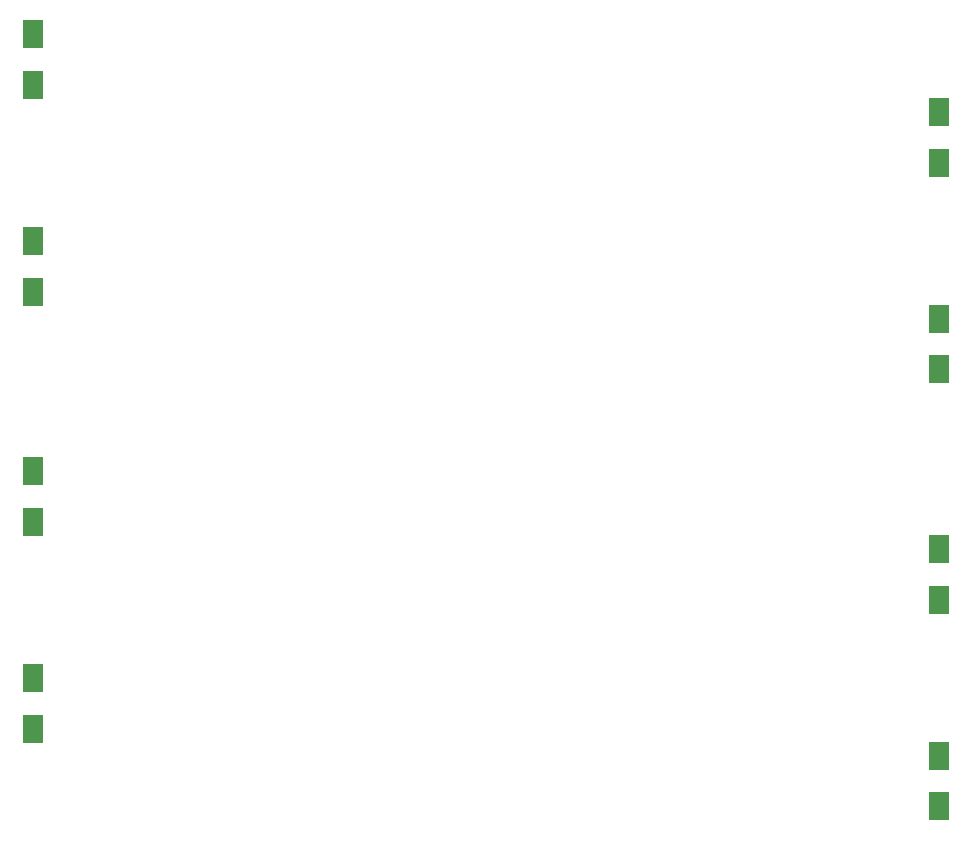
<source format=gtp>
G04*
G04 #@! TF.GenerationSoftware,Altium Limited,Altium Designer,22.8.2 (66)*
G04*
G04 Layer_Color=8421504*
%FSLAX44Y44*%
%MOMM*%
G71*
G04*
G04 #@! TF.SameCoordinates,B9550543-2847-43AE-AA18-711D015818A4*
G04*
G04*
G04 #@! TF.FilePolarity,Positive*
G04*
G01*
G75*
%ADD15R,1.7500X2.4500*%
D15*
X1633220Y1073500D02*
D03*
Y1030500D02*
D03*
Y1248500D02*
D03*
Y1205500D02*
D03*
Y1400500D02*
D03*
Y1443500D02*
D03*
Y1618500D02*
D03*
Y1575500D02*
D03*
X866779Y1684500D02*
D03*
Y1641500D02*
D03*
Y1509500D02*
D03*
Y1466500D02*
D03*
Y1271500D02*
D03*
Y1314500D02*
D03*
Y1139500D02*
D03*
Y1096500D02*
D03*
M02*

</source>
